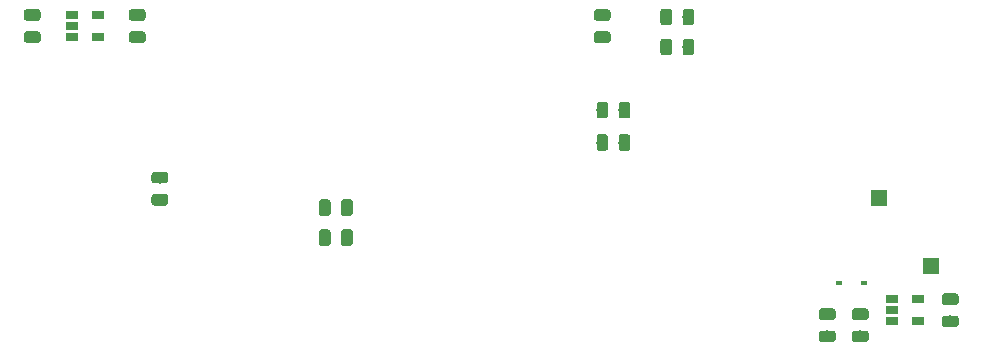
<source format=gtp>
%TF.GenerationSoftware,KiCad,Pcbnew,5.0.2+dfsg1-1*%
%TF.CreationDate,2021-08-11T18:46:01+02:00*%
%TF.ProjectId,clock_gen,636c6f63-6b5f-4676-956e-2e6b69636164,rev?*%
%TF.SameCoordinates,Original*%
%TF.FileFunction,Paste,Top*%
%TF.FilePolarity,Positive*%
%FSLAX46Y46*%
G04 Gerber Fmt 4.6, Leading zero omitted, Abs format (unit mm)*
G04 Created by KiCad (PCBNEW 5.0.2+dfsg1-1) date Wed 11 Aug 2021 06:46:01 PM CEST*
%MOMM*%
%LPD*%
G01*
G04 APERTURE LIST*
%ADD10C,0.100000*%
%ADD11C,0.975000*%
%ADD12R,0.600000X0.450000*%
%ADD13R,1.400000X1.400000*%
%ADD14R,1.060000X0.650000*%
G04 APERTURE END LIST*
D10*
G36*
X109979542Y-79942674D02*
X110003203Y-79946184D01*
X110026407Y-79951996D01*
X110048929Y-79960054D01*
X110070553Y-79970282D01*
X110091070Y-79982579D01*
X110110283Y-79996829D01*
X110128007Y-80012893D01*
X110144071Y-80030617D01*
X110158321Y-80049830D01*
X110170618Y-80070347D01*
X110180846Y-80091971D01*
X110188904Y-80114493D01*
X110194716Y-80137697D01*
X110198226Y-80161358D01*
X110199400Y-80185250D01*
X110199400Y-80672750D01*
X110198226Y-80696642D01*
X110194716Y-80720303D01*
X110188904Y-80743507D01*
X110180846Y-80766029D01*
X110170618Y-80787653D01*
X110158321Y-80808170D01*
X110144071Y-80827383D01*
X110128007Y-80845107D01*
X110110283Y-80861171D01*
X110091070Y-80875421D01*
X110070553Y-80887718D01*
X110048929Y-80897946D01*
X110026407Y-80906004D01*
X110003203Y-80911816D01*
X109979542Y-80915326D01*
X109955650Y-80916500D01*
X109043150Y-80916500D01*
X109019258Y-80915326D01*
X108995597Y-80911816D01*
X108972393Y-80906004D01*
X108949871Y-80897946D01*
X108928247Y-80887718D01*
X108907730Y-80875421D01*
X108888517Y-80861171D01*
X108870793Y-80845107D01*
X108854729Y-80827383D01*
X108840479Y-80808170D01*
X108828182Y-80787653D01*
X108817954Y-80766029D01*
X108809896Y-80743507D01*
X108804084Y-80720303D01*
X108800574Y-80696642D01*
X108799400Y-80672750D01*
X108799400Y-80185250D01*
X108800574Y-80161358D01*
X108804084Y-80137697D01*
X108809896Y-80114493D01*
X108817954Y-80091971D01*
X108828182Y-80070347D01*
X108840479Y-80049830D01*
X108854729Y-80030617D01*
X108870793Y-80012893D01*
X108888517Y-79996829D01*
X108907730Y-79982579D01*
X108928247Y-79970282D01*
X108949871Y-79960054D01*
X108972393Y-79951996D01*
X108995597Y-79946184D01*
X109019258Y-79942674D01*
X109043150Y-79941500D01*
X109955650Y-79941500D01*
X109979542Y-79942674D01*
X109979542Y-79942674D01*
G37*
D11*
X109499400Y-80429000D03*
D10*
G36*
X109979542Y-78067674D02*
X110003203Y-78071184D01*
X110026407Y-78076996D01*
X110048929Y-78085054D01*
X110070553Y-78095282D01*
X110091070Y-78107579D01*
X110110283Y-78121829D01*
X110128007Y-78137893D01*
X110144071Y-78155617D01*
X110158321Y-78174830D01*
X110170618Y-78195347D01*
X110180846Y-78216971D01*
X110188904Y-78239493D01*
X110194716Y-78262697D01*
X110198226Y-78286358D01*
X110199400Y-78310250D01*
X110199400Y-78797750D01*
X110198226Y-78821642D01*
X110194716Y-78845303D01*
X110188904Y-78868507D01*
X110180846Y-78891029D01*
X110170618Y-78912653D01*
X110158321Y-78933170D01*
X110144071Y-78952383D01*
X110128007Y-78970107D01*
X110110283Y-78986171D01*
X110091070Y-79000421D01*
X110070553Y-79012718D01*
X110048929Y-79022946D01*
X110026407Y-79031004D01*
X110003203Y-79036816D01*
X109979542Y-79040326D01*
X109955650Y-79041500D01*
X109043150Y-79041500D01*
X109019258Y-79040326D01*
X108995597Y-79036816D01*
X108972393Y-79031004D01*
X108949871Y-79022946D01*
X108928247Y-79012718D01*
X108907730Y-79000421D01*
X108888517Y-78986171D01*
X108870793Y-78970107D01*
X108854729Y-78952383D01*
X108840479Y-78933170D01*
X108828182Y-78912653D01*
X108817954Y-78891029D01*
X108809896Y-78868507D01*
X108804084Y-78845303D01*
X108800574Y-78821642D01*
X108799400Y-78797750D01*
X108799400Y-78310250D01*
X108800574Y-78286358D01*
X108804084Y-78262697D01*
X108809896Y-78239493D01*
X108817954Y-78216971D01*
X108828182Y-78195347D01*
X108840479Y-78174830D01*
X108854729Y-78155617D01*
X108870793Y-78137893D01*
X108888517Y-78121829D01*
X108907730Y-78107579D01*
X108928247Y-78095282D01*
X108949871Y-78085054D01*
X108972393Y-78076996D01*
X108995597Y-78071184D01*
X109019258Y-78067674D01*
X109043150Y-78066500D01*
X109955650Y-78066500D01*
X109979542Y-78067674D01*
X109979542Y-78067674D01*
G37*
D11*
X109499400Y-78554000D03*
D10*
G36*
X118869542Y-79942674D02*
X118893203Y-79946184D01*
X118916407Y-79951996D01*
X118938929Y-79960054D01*
X118960553Y-79970282D01*
X118981070Y-79982579D01*
X119000283Y-79996829D01*
X119018007Y-80012893D01*
X119034071Y-80030617D01*
X119048321Y-80049830D01*
X119060618Y-80070347D01*
X119070846Y-80091971D01*
X119078904Y-80114493D01*
X119084716Y-80137697D01*
X119088226Y-80161358D01*
X119089400Y-80185250D01*
X119089400Y-80672750D01*
X119088226Y-80696642D01*
X119084716Y-80720303D01*
X119078904Y-80743507D01*
X119070846Y-80766029D01*
X119060618Y-80787653D01*
X119048321Y-80808170D01*
X119034071Y-80827383D01*
X119018007Y-80845107D01*
X119000283Y-80861171D01*
X118981070Y-80875421D01*
X118960553Y-80887718D01*
X118938929Y-80897946D01*
X118916407Y-80906004D01*
X118893203Y-80911816D01*
X118869542Y-80915326D01*
X118845650Y-80916500D01*
X117933150Y-80916500D01*
X117909258Y-80915326D01*
X117885597Y-80911816D01*
X117862393Y-80906004D01*
X117839871Y-80897946D01*
X117818247Y-80887718D01*
X117797730Y-80875421D01*
X117778517Y-80861171D01*
X117760793Y-80845107D01*
X117744729Y-80827383D01*
X117730479Y-80808170D01*
X117718182Y-80787653D01*
X117707954Y-80766029D01*
X117699896Y-80743507D01*
X117694084Y-80720303D01*
X117690574Y-80696642D01*
X117689400Y-80672750D01*
X117689400Y-80185250D01*
X117690574Y-80161358D01*
X117694084Y-80137697D01*
X117699896Y-80114493D01*
X117707954Y-80091971D01*
X117718182Y-80070347D01*
X117730479Y-80049830D01*
X117744729Y-80030617D01*
X117760793Y-80012893D01*
X117778517Y-79996829D01*
X117797730Y-79982579D01*
X117818247Y-79970282D01*
X117839871Y-79960054D01*
X117862393Y-79951996D01*
X117885597Y-79946184D01*
X117909258Y-79942674D01*
X117933150Y-79941500D01*
X118845650Y-79941500D01*
X118869542Y-79942674D01*
X118869542Y-79942674D01*
G37*
D11*
X118389400Y-80429000D03*
D10*
G36*
X118869542Y-78067674D02*
X118893203Y-78071184D01*
X118916407Y-78076996D01*
X118938929Y-78085054D01*
X118960553Y-78095282D01*
X118981070Y-78107579D01*
X119000283Y-78121829D01*
X119018007Y-78137893D01*
X119034071Y-78155617D01*
X119048321Y-78174830D01*
X119060618Y-78195347D01*
X119070846Y-78216971D01*
X119078904Y-78239493D01*
X119084716Y-78262697D01*
X119088226Y-78286358D01*
X119089400Y-78310250D01*
X119089400Y-78797750D01*
X119088226Y-78821642D01*
X119084716Y-78845303D01*
X119078904Y-78868507D01*
X119070846Y-78891029D01*
X119060618Y-78912653D01*
X119048321Y-78933170D01*
X119034071Y-78952383D01*
X119018007Y-78970107D01*
X119000283Y-78986171D01*
X118981070Y-79000421D01*
X118960553Y-79012718D01*
X118938929Y-79022946D01*
X118916407Y-79031004D01*
X118893203Y-79036816D01*
X118869542Y-79040326D01*
X118845650Y-79041500D01*
X117933150Y-79041500D01*
X117909258Y-79040326D01*
X117885597Y-79036816D01*
X117862393Y-79031004D01*
X117839871Y-79022946D01*
X117818247Y-79012718D01*
X117797730Y-79000421D01*
X117778517Y-78986171D01*
X117760793Y-78970107D01*
X117744729Y-78952383D01*
X117730479Y-78933170D01*
X117718182Y-78912653D01*
X117707954Y-78891029D01*
X117699896Y-78868507D01*
X117694084Y-78845303D01*
X117690574Y-78821642D01*
X117689400Y-78797750D01*
X117689400Y-78310250D01*
X117690574Y-78286358D01*
X117694084Y-78262697D01*
X117699896Y-78239493D01*
X117707954Y-78216971D01*
X117718182Y-78195347D01*
X117730479Y-78174830D01*
X117744729Y-78155617D01*
X117760793Y-78137893D01*
X117778517Y-78121829D01*
X117797730Y-78107579D01*
X117818247Y-78095282D01*
X117839871Y-78085054D01*
X117862393Y-78076996D01*
X117885597Y-78071184D01*
X117909258Y-78067674D01*
X117933150Y-78066500D01*
X118845650Y-78066500D01*
X118869542Y-78067674D01*
X118869542Y-78067674D01*
G37*
D11*
X118389400Y-78554000D03*
D10*
G36*
X158239542Y-78078174D02*
X158263203Y-78081684D01*
X158286407Y-78087496D01*
X158308929Y-78095554D01*
X158330553Y-78105782D01*
X158351070Y-78118079D01*
X158370283Y-78132329D01*
X158388007Y-78148393D01*
X158404071Y-78166117D01*
X158418321Y-78185330D01*
X158430618Y-78205847D01*
X158440846Y-78227471D01*
X158448904Y-78249993D01*
X158454716Y-78273197D01*
X158458226Y-78296858D01*
X158459400Y-78320750D01*
X158459400Y-78808250D01*
X158458226Y-78832142D01*
X158454716Y-78855803D01*
X158448904Y-78879007D01*
X158440846Y-78901529D01*
X158430618Y-78923153D01*
X158418321Y-78943670D01*
X158404071Y-78962883D01*
X158388007Y-78980607D01*
X158370283Y-78996671D01*
X158351070Y-79010921D01*
X158330553Y-79023218D01*
X158308929Y-79033446D01*
X158286407Y-79041504D01*
X158263203Y-79047316D01*
X158239542Y-79050826D01*
X158215650Y-79052000D01*
X157303150Y-79052000D01*
X157279258Y-79050826D01*
X157255597Y-79047316D01*
X157232393Y-79041504D01*
X157209871Y-79033446D01*
X157188247Y-79023218D01*
X157167730Y-79010921D01*
X157148517Y-78996671D01*
X157130793Y-78980607D01*
X157114729Y-78962883D01*
X157100479Y-78943670D01*
X157088182Y-78923153D01*
X157077954Y-78901529D01*
X157069896Y-78879007D01*
X157064084Y-78855803D01*
X157060574Y-78832142D01*
X157059400Y-78808250D01*
X157059400Y-78320750D01*
X157060574Y-78296858D01*
X157064084Y-78273197D01*
X157069896Y-78249993D01*
X157077954Y-78227471D01*
X157088182Y-78205847D01*
X157100479Y-78185330D01*
X157114729Y-78166117D01*
X157130793Y-78148393D01*
X157148517Y-78132329D01*
X157167730Y-78118079D01*
X157188247Y-78105782D01*
X157209871Y-78095554D01*
X157232393Y-78087496D01*
X157255597Y-78081684D01*
X157279258Y-78078174D01*
X157303150Y-78077000D01*
X158215650Y-78077000D01*
X158239542Y-78078174D01*
X158239542Y-78078174D01*
G37*
D11*
X157759400Y-78564500D03*
D10*
G36*
X158239542Y-79953174D02*
X158263203Y-79956684D01*
X158286407Y-79962496D01*
X158308929Y-79970554D01*
X158330553Y-79980782D01*
X158351070Y-79993079D01*
X158370283Y-80007329D01*
X158388007Y-80023393D01*
X158404071Y-80041117D01*
X158418321Y-80060330D01*
X158430618Y-80080847D01*
X158440846Y-80102471D01*
X158448904Y-80124993D01*
X158454716Y-80148197D01*
X158458226Y-80171858D01*
X158459400Y-80195750D01*
X158459400Y-80683250D01*
X158458226Y-80707142D01*
X158454716Y-80730803D01*
X158448904Y-80754007D01*
X158440846Y-80776529D01*
X158430618Y-80798153D01*
X158418321Y-80818670D01*
X158404071Y-80837883D01*
X158388007Y-80855607D01*
X158370283Y-80871671D01*
X158351070Y-80885921D01*
X158330553Y-80898218D01*
X158308929Y-80908446D01*
X158286407Y-80916504D01*
X158263203Y-80922316D01*
X158239542Y-80925826D01*
X158215650Y-80927000D01*
X157303150Y-80927000D01*
X157279258Y-80925826D01*
X157255597Y-80922316D01*
X157232393Y-80916504D01*
X157209871Y-80908446D01*
X157188247Y-80898218D01*
X157167730Y-80885921D01*
X157148517Y-80871671D01*
X157130793Y-80855607D01*
X157114729Y-80837883D01*
X157100479Y-80818670D01*
X157088182Y-80798153D01*
X157077954Y-80776529D01*
X157069896Y-80754007D01*
X157064084Y-80730803D01*
X157060574Y-80707142D01*
X157059400Y-80683250D01*
X157059400Y-80195750D01*
X157060574Y-80171858D01*
X157064084Y-80148197D01*
X157069896Y-80124993D01*
X157077954Y-80102471D01*
X157088182Y-80080847D01*
X157100479Y-80060330D01*
X157114729Y-80041117D01*
X157130793Y-80023393D01*
X157148517Y-80007329D01*
X157167730Y-79993079D01*
X157188247Y-79980782D01*
X157209871Y-79970554D01*
X157232393Y-79962496D01*
X157255597Y-79956684D01*
X157279258Y-79953174D01*
X157303150Y-79952000D01*
X158215650Y-79952000D01*
X158239542Y-79953174D01*
X158239542Y-79953174D01*
G37*
D11*
X157759400Y-80439500D03*
D10*
G36*
X177289542Y-105276974D02*
X177313203Y-105280484D01*
X177336407Y-105286296D01*
X177358929Y-105294354D01*
X177380553Y-105304582D01*
X177401070Y-105316879D01*
X177420283Y-105331129D01*
X177438007Y-105347193D01*
X177454071Y-105364917D01*
X177468321Y-105384130D01*
X177480618Y-105404647D01*
X177490846Y-105426271D01*
X177498904Y-105448793D01*
X177504716Y-105471997D01*
X177508226Y-105495658D01*
X177509400Y-105519550D01*
X177509400Y-106007050D01*
X177508226Y-106030942D01*
X177504716Y-106054603D01*
X177498904Y-106077807D01*
X177490846Y-106100329D01*
X177480618Y-106121953D01*
X177468321Y-106142470D01*
X177454071Y-106161683D01*
X177438007Y-106179407D01*
X177420283Y-106195471D01*
X177401070Y-106209721D01*
X177380553Y-106222018D01*
X177358929Y-106232246D01*
X177336407Y-106240304D01*
X177313203Y-106246116D01*
X177289542Y-106249626D01*
X177265650Y-106250800D01*
X176353150Y-106250800D01*
X176329258Y-106249626D01*
X176305597Y-106246116D01*
X176282393Y-106240304D01*
X176259871Y-106232246D01*
X176238247Y-106222018D01*
X176217730Y-106209721D01*
X176198517Y-106195471D01*
X176180793Y-106179407D01*
X176164729Y-106161683D01*
X176150479Y-106142470D01*
X176138182Y-106121953D01*
X176127954Y-106100329D01*
X176119896Y-106077807D01*
X176114084Y-106054603D01*
X176110574Y-106030942D01*
X176109400Y-106007050D01*
X176109400Y-105519550D01*
X176110574Y-105495658D01*
X176114084Y-105471997D01*
X176119896Y-105448793D01*
X176127954Y-105426271D01*
X176138182Y-105404647D01*
X176150479Y-105384130D01*
X176164729Y-105364917D01*
X176180793Y-105347193D01*
X176198517Y-105331129D01*
X176217730Y-105316879D01*
X176238247Y-105304582D01*
X176259871Y-105294354D01*
X176282393Y-105286296D01*
X176305597Y-105280484D01*
X176329258Y-105276974D01*
X176353150Y-105275800D01*
X177265650Y-105275800D01*
X177289542Y-105276974D01*
X177289542Y-105276974D01*
G37*
D11*
X176809400Y-105763300D03*
D10*
G36*
X177289542Y-103401974D02*
X177313203Y-103405484D01*
X177336407Y-103411296D01*
X177358929Y-103419354D01*
X177380553Y-103429582D01*
X177401070Y-103441879D01*
X177420283Y-103456129D01*
X177438007Y-103472193D01*
X177454071Y-103489917D01*
X177468321Y-103509130D01*
X177480618Y-103529647D01*
X177490846Y-103551271D01*
X177498904Y-103573793D01*
X177504716Y-103596997D01*
X177508226Y-103620658D01*
X177509400Y-103644550D01*
X177509400Y-104132050D01*
X177508226Y-104155942D01*
X177504716Y-104179603D01*
X177498904Y-104202807D01*
X177490846Y-104225329D01*
X177480618Y-104246953D01*
X177468321Y-104267470D01*
X177454071Y-104286683D01*
X177438007Y-104304407D01*
X177420283Y-104320471D01*
X177401070Y-104334721D01*
X177380553Y-104347018D01*
X177358929Y-104357246D01*
X177336407Y-104365304D01*
X177313203Y-104371116D01*
X177289542Y-104374626D01*
X177265650Y-104375800D01*
X176353150Y-104375800D01*
X176329258Y-104374626D01*
X176305597Y-104371116D01*
X176282393Y-104365304D01*
X176259871Y-104357246D01*
X176238247Y-104347018D01*
X176217730Y-104334721D01*
X176198517Y-104320471D01*
X176180793Y-104304407D01*
X176164729Y-104286683D01*
X176150479Y-104267470D01*
X176138182Y-104246953D01*
X176127954Y-104225329D01*
X176119896Y-104202807D01*
X176114084Y-104179603D01*
X176110574Y-104155942D01*
X176109400Y-104132050D01*
X176109400Y-103644550D01*
X176110574Y-103620658D01*
X176114084Y-103596997D01*
X176119896Y-103573793D01*
X176127954Y-103551271D01*
X176138182Y-103529647D01*
X176150479Y-103509130D01*
X176164729Y-103489917D01*
X176180793Y-103472193D01*
X176198517Y-103456129D01*
X176217730Y-103441879D01*
X176238247Y-103429582D01*
X176259871Y-103419354D01*
X176282393Y-103411296D01*
X176305597Y-103405484D01*
X176329258Y-103401974D01*
X176353150Y-103400800D01*
X177265650Y-103400800D01*
X177289542Y-103401974D01*
X177289542Y-103401974D01*
G37*
D11*
X176809400Y-103888300D03*
D10*
G36*
X187703542Y-102131974D02*
X187727203Y-102135484D01*
X187750407Y-102141296D01*
X187772929Y-102149354D01*
X187794553Y-102159582D01*
X187815070Y-102171879D01*
X187834283Y-102186129D01*
X187852007Y-102202193D01*
X187868071Y-102219917D01*
X187882321Y-102239130D01*
X187894618Y-102259647D01*
X187904846Y-102281271D01*
X187912904Y-102303793D01*
X187918716Y-102326997D01*
X187922226Y-102350658D01*
X187923400Y-102374550D01*
X187923400Y-102862050D01*
X187922226Y-102885942D01*
X187918716Y-102909603D01*
X187912904Y-102932807D01*
X187904846Y-102955329D01*
X187894618Y-102976953D01*
X187882321Y-102997470D01*
X187868071Y-103016683D01*
X187852007Y-103034407D01*
X187834283Y-103050471D01*
X187815070Y-103064721D01*
X187794553Y-103077018D01*
X187772929Y-103087246D01*
X187750407Y-103095304D01*
X187727203Y-103101116D01*
X187703542Y-103104626D01*
X187679650Y-103105800D01*
X186767150Y-103105800D01*
X186743258Y-103104626D01*
X186719597Y-103101116D01*
X186696393Y-103095304D01*
X186673871Y-103087246D01*
X186652247Y-103077018D01*
X186631730Y-103064721D01*
X186612517Y-103050471D01*
X186594793Y-103034407D01*
X186578729Y-103016683D01*
X186564479Y-102997470D01*
X186552182Y-102976953D01*
X186541954Y-102955329D01*
X186533896Y-102932807D01*
X186528084Y-102909603D01*
X186524574Y-102885942D01*
X186523400Y-102862050D01*
X186523400Y-102374550D01*
X186524574Y-102350658D01*
X186528084Y-102326997D01*
X186533896Y-102303793D01*
X186541954Y-102281271D01*
X186552182Y-102259647D01*
X186564479Y-102239130D01*
X186578729Y-102219917D01*
X186594793Y-102202193D01*
X186612517Y-102186129D01*
X186631730Y-102171879D01*
X186652247Y-102159582D01*
X186673871Y-102149354D01*
X186696393Y-102141296D01*
X186719597Y-102135484D01*
X186743258Y-102131974D01*
X186767150Y-102130800D01*
X187679650Y-102130800D01*
X187703542Y-102131974D01*
X187703542Y-102131974D01*
G37*
D11*
X187223400Y-102618300D03*
D10*
G36*
X187703542Y-104006974D02*
X187727203Y-104010484D01*
X187750407Y-104016296D01*
X187772929Y-104024354D01*
X187794553Y-104034582D01*
X187815070Y-104046879D01*
X187834283Y-104061129D01*
X187852007Y-104077193D01*
X187868071Y-104094917D01*
X187882321Y-104114130D01*
X187894618Y-104134647D01*
X187904846Y-104156271D01*
X187912904Y-104178793D01*
X187918716Y-104201997D01*
X187922226Y-104225658D01*
X187923400Y-104249550D01*
X187923400Y-104737050D01*
X187922226Y-104760942D01*
X187918716Y-104784603D01*
X187912904Y-104807807D01*
X187904846Y-104830329D01*
X187894618Y-104851953D01*
X187882321Y-104872470D01*
X187868071Y-104891683D01*
X187852007Y-104909407D01*
X187834283Y-104925471D01*
X187815070Y-104939721D01*
X187794553Y-104952018D01*
X187772929Y-104962246D01*
X187750407Y-104970304D01*
X187727203Y-104976116D01*
X187703542Y-104979626D01*
X187679650Y-104980800D01*
X186767150Y-104980800D01*
X186743258Y-104979626D01*
X186719597Y-104976116D01*
X186696393Y-104970304D01*
X186673871Y-104962246D01*
X186652247Y-104952018D01*
X186631730Y-104939721D01*
X186612517Y-104925471D01*
X186594793Y-104909407D01*
X186578729Y-104891683D01*
X186564479Y-104872470D01*
X186552182Y-104851953D01*
X186541954Y-104830329D01*
X186533896Y-104807807D01*
X186528084Y-104784603D01*
X186524574Y-104760942D01*
X186523400Y-104737050D01*
X186523400Y-104249550D01*
X186524574Y-104225658D01*
X186528084Y-104201997D01*
X186533896Y-104178793D01*
X186541954Y-104156271D01*
X186552182Y-104134647D01*
X186564479Y-104114130D01*
X186578729Y-104094917D01*
X186594793Y-104077193D01*
X186612517Y-104061129D01*
X186631730Y-104046879D01*
X186652247Y-104034582D01*
X186673871Y-104024354D01*
X186696393Y-104016296D01*
X186719597Y-104010484D01*
X186743258Y-104006974D01*
X186767150Y-104005800D01*
X187679650Y-104005800D01*
X187703542Y-104006974D01*
X187703542Y-104006974D01*
G37*
D11*
X187223400Y-104493300D03*
D10*
G36*
X165314542Y-78041174D02*
X165338203Y-78044684D01*
X165361407Y-78050496D01*
X165383929Y-78058554D01*
X165405553Y-78068782D01*
X165426070Y-78081079D01*
X165445283Y-78095329D01*
X165463007Y-78111393D01*
X165479071Y-78129117D01*
X165493321Y-78148330D01*
X165505618Y-78168847D01*
X165515846Y-78190471D01*
X165523904Y-78212993D01*
X165529716Y-78236197D01*
X165533226Y-78259858D01*
X165534400Y-78283750D01*
X165534400Y-79196250D01*
X165533226Y-79220142D01*
X165529716Y-79243803D01*
X165523904Y-79267007D01*
X165515846Y-79289529D01*
X165505618Y-79311153D01*
X165493321Y-79331670D01*
X165479071Y-79350883D01*
X165463007Y-79368607D01*
X165445283Y-79384671D01*
X165426070Y-79398921D01*
X165405553Y-79411218D01*
X165383929Y-79421446D01*
X165361407Y-79429504D01*
X165338203Y-79435316D01*
X165314542Y-79438826D01*
X165290650Y-79440000D01*
X164803150Y-79440000D01*
X164779258Y-79438826D01*
X164755597Y-79435316D01*
X164732393Y-79429504D01*
X164709871Y-79421446D01*
X164688247Y-79411218D01*
X164667730Y-79398921D01*
X164648517Y-79384671D01*
X164630793Y-79368607D01*
X164614729Y-79350883D01*
X164600479Y-79331670D01*
X164588182Y-79311153D01*
X164577954Y-79289529D01*
X164569896Y-79267007D01*
X164564084Y-79243803D01*
X164560574Y-79220142D01*
X164559400Y-79196250D01*
X164559400Y-78283750D01*
X164560574Y-78259858D01*
X164564084Y-78236197D01*
X164569896Y-78212993D01*
X164577954Y-78190471D01*
X164588182Y-78168847D01*
X164600479Y-78148330D01*
X164614729Y-78129117D01*
X164630793Y-78111393D01*
X164648517Y-78095329D01*
X164667730Y-78081079D01*
X164688247Y-78068782D01*
X164709871Y-78058554D01*
X164732393Y-78050496D01*
X164755597Y-78044684D01*
X164779258Y-78041174D01*
X164803150Y-78040000D01*
X165290650Y-78040000D01*
X165314542Y-78041174D01*
X165314542Y-78041174D01*
G37*
D11*
X165046900Y-78740000D03*
D10*
G36*
X163439542Y-78041174D02*
X163463203Y-78044684D01*
X163486407Y-78050496D01*
X163508929Y-78058554D01*
X163530553Y-78068782D01*
X163551070Y-78081079D01*
X163570283Y-78095329D01*
X163588007Y-78111393D01*
X163604071Y-78129117D01*
X163618321Y-78148330D01*
X163630618Y-78168847D01*
X163640846Y-78190471D01*
X163648904Y-78212993D01*
X163654716Y-78236197D01*
X163658226Y-78259858D01*
X163659400Y-78283750D01*
X163659400Y-79196250D01*
X163658226Y-79220142D01*
X163654716Y-79243803D01*
X163648904Y-79267007D01*
X163640846Y-79289529D01*
X163630618Y-79311153D01*
X163618321Y-79331670D01*
X163604071Y-79350883D01*
X163588007Y-79368607D01*
X163570283Y-79384671D01*
X163551070Y-79398921D01*
X163530553Y-79411218D01*
X163508929Y-79421446D01*
X163486407Y-79429504D01*
X163463203Y-79435316D01*
X163439542Y-79438826D01*
X163415650Y-79440000D01*
X162928150Y-79440000D01*
X162904258Y-79438826D01*
X162880597Y-79435316D01*
X162857393Y-79429504D01*
X162834871Y-79421446D01*
X162813247Y-79411218D01*
X162792730Y-79398921D01*
X162773517Y-79384671D01*
X162755793Y-79368607D01*
X162739729Y-79350883D01*
X162725479Y-79331670D01*
X162713182Y-79311153D01*
X162702954Y-79289529D01*
X162694896Y-79267007D01*
X162689084Y-79243803D01*
X162685574Y-79220142D01*
X162684400Y-79196250D01*
X162684400Y-78283750D01*
X162685574Y-78259858D01*
X162689084Y-78236197D01*
X162694896Y-78212993D01*
X162702954Y-78190471D01*
X162713182Y-78168847D01*
X162725479Y-78148330D01*
X162739729Y-78129117D01*
X162755793Y-78111393D01*
X162773517Y-78095329D01*
X162792730Y-78081079D01*
X162813247Y-78068782D01*
X162834871Y-78058554D01*
X162857393Y-78050496D01*
X162880597Y-78044684D01*
X162904258Y-78041174D01*
X162928150Y-78040000D01*
X163415650Y-78040000D01*
X163439542Y-78041174D01*
X163439542Y-78041174D01*
G37*
D11*
X163171900Y-78740000D03*
D10*
G36*
X163439542Y-80581174D02*
X163463203Y-80584684D01*
X163486407Y-80590496D01*
X163508929Y-80598554D01*
X163530553Y-80608782D01*
X163551070Y-80621079D01*
X163570283Y-80635329D01*
X163588007Y-80651393D01*
X163604071Y-80669117D01*
X163618321Y-80688330D01*
X163630618Y-80708847D01*
X163640846Y-80730471D01*
X163648904Y-80752993D01*
X163654716Y-80776197D01*
X163658226Y-80799858D01*
X163659400Y-80823750D01*
X163659400Y-81736250D01*
X163658226Y-81760142D01*
X163654716Y-81783803D01*
X163648904Y-81807007D01*
X163640846Y-81829529D01*
X163630618Y-81851153D01*
X163618321Y-81871670D01*
X163604071Y-81890883D01*
X163588007Y-81908607D01*
X163570283Y-81924671D01*
X163551070Y-81938921D01*
X163530553Y-81951218D01*
X163508929Y-81961446D01*
X163486407Y-81969504D01*
X163463203Y-81975316D01*
X163439542Y-81978826D01*
X163415650Y-81980000D01*
X162928150Y-81980000D01*
X162904258Y-81978826D01*
X162880597Y-81975316D01*
X162857393Y-81969504D01*
X162834871Y-81961446D01*
X162813247Y-81951218D01*
X162792730Y-81938921D01*
X162773517Y-81924671D01*
X162755793Y-81908607D01*
X162739729Y-81890883D01*
X162725479Y-81871670D01*
X162713182Y-81851153D01*
X162702954Y-81829529D01*
X162694896Y-81807007D01*
X162689084Y-81783803D01*
X162685574Y-81760142D01*
X162684400Y-81736250D01*
X162684400Y-80823750D01*
X162685574Y-80799858D01*
X162689084Y-80776197D01*
X162694896Y-80752993D01*
X162702954Y-80730471D01*
X162713182Y-80708847D01*
X162725479Y-80688330D01*
X162739729Y-80669117D01*
X162755793Y-80651393D01*
X162773517Y-80635329D01*
X162792730Y-80621079D01*
X162813247Y-80608782D01*
X162834871Y-80598554D01*
X162857393Y-80590496D01*
X162880597Y-80584684D01*
X162904258Y-80581174D01*
X162928150Y-80580000D01*
X163415650Y-80580000D01*
X163439542Y-80581174D01*
X163439542Y-80581174D01*
G37*
D11*
X163171900Y-81280000D03*
D10*
G36*
X165314542Y-80581174D02*
X165338203Y-80584684D01*
X165361407Y-80590496D01*
X165383929Y-80598554D01*
X165405553Y-80608782D01*
X165426070Y-80621079D01*
X165445283Y-80635329D01*
X165463007Y-80651393D01*
X165479071Y-80669117D01*
X165493321Y-80688330D01*
X165505618Y-80708847D01*
X165515846Y-80730471D01*
X165523904Y-80752993D01*
X165529716Y-80776197D01*
X165533226Y-80799858D01*
X165534400Y-80823750D01*
X165534400Y-81736250D01*
X165533226Y-81760142D01*
X165529716Y-81783803D01*
X165523904Y-81807007D01*
X165515846Y-81829529D01*
X165505618Y-81851153D01*
X165493321Y-81871670D01*
X165479071Y-81890883D01*
X165463007Y-81908607D01*
X165445283Y-81924671D01*
X165426070Y-81938921D01*
X165405553Y-81951218D01*
X165383929Y-81961446D01*
X165361407Y-81969504D01*
X165338203Y-81975316D01*
X165314542Y-81978826D01*
X165290650Y-81980000D01*
X164803150Y-81980000D01*
X164779258Y-81978826D01*
X164755597Y-81975316D01*
X164732393Y-81969504D01*
X164709871Y-81961446D01*
X164688247Y-81951218D01*
X164667730Y-81938921D01*
X164648517Y-81924671D01*
X164630793Y-81908607D01*
X164614729Y-81890883D01*
X164600479Y-81871670D01*
X164588182Y-81851153D01*
X164577954Y-81829529D01*
X164569896Y-81807007D01*
X164564084Y-81783803D01*
X164560574Y-81760142D01*
X164559400Y-81736250D01*
X164559400Y-80823750D01*
X164560574Y-80799858D01*
X164564084Y-80776197D01*
X164569896Y-80752993D01*
X164577954Y-80730471D01*
X164588182Y-80708847D01*
X164600479Y-80688330D01*
X164614729Y-80669117D01*
X164630793Y-80651393D01*
X164648517Y-80635329D01*
X164667730Y-80621079D01*
X164688247Y-80608782D01*
X164709871Y-80598554D01*
X164732393Y-80590496D01*
X164755597Y-80584684D01*
X164779258Y-80581174D01*
X164803150Y-80580000D01*
X165290650Y-80580000D01*
X165314542Y-80581174D01*
X165314542Y-80581174D01*
G37*
D11*
X165046900Y-81280000D03*
D10*
G36*
X120774542Y-93717674D02*
X120798203Y-93721184D01*
X120821407Y-93726996D01*
X120843929Y-93735054D01*
X120865553Y-93745282D01*
X120886070Y-93757579D01*
X120905283Y-93771829D01*
X120923007Y-93787893D01*
X120939071Y-93805617D01*
X120953321Y-93824830D01*
X120965618Y-93845347D01*
X120975846Y-93866971D01*
X120983904Y-93889493D01*
X120989716Y-93912697D01*
X120993226Y-93936358D01*
X120994400Y-93960250D01*
X120994400Y-94447750D01*
X120993226Y-94471642D01*
X120989716Y-94495303D01*
X120983904Y-94518507D01*
X120975846Y-94541029D01*
X120965618Y-94562653D01*
X120953321Y-94583170D01*
X120939071Y-94602383D01*
X120923007Y-94620107D01*
X120905283Y-94636171D01*
X120886070Y-94650421D01*
X120865553Y-94662718D01*
X120843929Y-94672946D01*
X120821407Y-94681004D01*
X120798203Y-94686816D01*
X120774542Y-94690326D01*
X120750650Y-94691500D01*
X119838150Y-94691500D01*
X119814258Y-94690326D01*
X119790597Y-94686816D01*
X119767393Y-94681004D01*
X119744871Y-94672946D01*
X119723247Y-94662718D01*
X119702730Y-94650421D01*
X119683517Y-94636171D01*
X119665793Y-94620107D01*
X119649729Y-94602383D01*
X119635479Y-94583170D01*
X119623182Y-94562653D01*
X119612954Y-94541029D01*
X119604896Y-94518507D01*
X119599084Y-94495303D01*
X119595574Y-94471642D01*
X119594400Y-94447750D01*
X119594400Y-93960250D01*
X119595574Y-93936358D01*
X119599084Y-93912697D01*
X119604896Y-93889493D01*
X119612954Y-93866971D01*
X119623182Y-93845347D01*
X119635479Y-93824830D01*
X119649729Y-93805617D01*
X119665793Y-93787893D01*
X119683517Y-93771829D01*
X119702730Y-93757579D01*
X119723247Y-93745282D01*
X119744871Y-93735054D01*
X119767393Y-93726996D01*
X119790597Y-93721184D01*
X119814258Y-93717674D01*
X119838150Y-93716500D01*
X120750650Y-93716500D01*
X120774542Y-93717674D01*
X120774542Y-93717674D01*
G37*
D11*
X120294400Y-94204000D03*
D10*
G36*
X120774542Y-91842674D02*
X120798203Y-91846184D01*
X120821407Y-91851996D01*
X120843929Y-91860054D01*
X120865553Y-91870282D01*
X120886070Y-91882579D01*
X120905283Y-91896829D01*
X120923007Y-91912893D01*
X120939071Y-91930617D01*
X120953321Y-91949830D01*
X120965618Y-91970347D01*
X120975846Y-91991971D01*
X120983904Y-92014493D01*
X120989716Y-92037697D01*
X120993226Y-92061358D01*
X120994400Y-92085250D01*
X120994400Y-92572750D01*
X120993226Y-92596642D01*
X120989716Y-92620303D01*
X120983904Y-92643507D01*
X120975846Y-92666029D01*
X120965618Y-92687653D01*
X120953321Y-92708170D01*
X120939071Y-92727383D01*
X120923007Y-92745107D01*
X120905283Y-92761171D01*
X120886070Y-92775421D01*
X120865553Y-92787718D01*
X120843929Y-92797946D01*
X120821407Y-92806004D01*
X120798203Y-92811816D01*
X120774542Y-92815326D01*
X120750650Y-92816500D01*
X119838150Y-92816500D01*
X119814258Y-92815326D01*
X119790597Y-92811816D01*
X119767393Y-92806004D01*
X119744871Y-92797946D01*
X119723247Y-92787718D01*
X119702730Y-92775421D01*
X119683517Y-92761171D01*
X119665793Y-92745107D01*
X119649729Y-92727383D01*
X119635479Y-92708170D01*
X119623182Y-92687653D01*
X119612954Y-92666029D01*
X119604896Y-92643507D01*
X119599084Y-92620303D01*
X119595574Y-92596642D01*
X119594400Y-92572750D01*
X119594400Y-92085250D01*
X119595574Y-92061358D01*
X119599084Y-92037697D01*
X119604896Y-92014493D01*
X119612954Y-91991971D01*
X119623182Y-91970347D01*
X119635479Y-91949830D01*
X119649729Y-91930617D01*
X119665793Y-91912893D01*
X119683517Y-91896829D01*
X119702730Y-91882579D01*
X119723247Y-91870282D01*
X119744871Y-91860054D01*
X119767393Y-91851996D01*
X119790597Y-91846184D01*
X119814258Y-91842674D01*
X119838150Y-91841500D01*
X120750650Y-91841500D01*
X120774542Y-91842674D01*
X120774542Y-91842674D01*
G37*
D11*
X120294400Y-92329000D03*
D10*
G36*
X136407042Y-94170174D02*
X136430703Y-94173684D01*
X136453907Y-94179496D01*
X136476429Y-94187554D01*
X136498053Y-94197782D01*
X136518570Y-94210079D01*
X136537783Y-94224329D01*
X136555507Y-94240393D01*
X136571571Y-94258117D01*
X136585821Y-94277330D01*
X136598118Y-94297847D01*
X136608346Y-94319471D01*
X136616404Y-94341993D01*
X136622216Y-94365197D01*
X136625726Y-94388858D01*
X136626900Y-94412750D01*
X136626900Y-95325250D01*
X136625726Y-95349142D01*
X136622216Y-95372803D01*
X136616404Y-95396007D01*
X136608346Y-95418529D01*
X136598118Y-95440153D01*
X136585821Y-95460670D01*
X136571571Y-95479883D01*
X136555507Y-95497607D01*
X136537783Y-95513671D01*
X136518570Y-95527921D01*
X136498053Y-95540218D01*
X136476429Y-95550446D01*
X136453907Y-95558504D01*
X136430703Y-95564316D01*
X136407042Y-95567826D01*
X136383150Y-95569000D01*
X135895650Y-95569000D01*
X135871758Y-95567826D01*
X135848097Y-95564316D01*
X135824893Y-95558504D01*
X135802371Y-95550446D01*
X135780747Y-95540218D01*
X135760230Y-95527921D01*
X135741017Y-95513671D01*
X135723293Y-95497607D01*
X135707229Y-95479883D01*
X135692979Y-95460670D01*
X135680682Y-95440153D01*
X135670454Y-95418529D01*
X135662396Y-95396007D01*
X135656584Y-95372803D01*
X135653074Y-95349142D01*
X135651900Y-95325250D01*
X135651900Y-94412750D01*
X135653074Y-94388858D01*
X135656584Y-94365197D01*
X135662396Y-94341993D01*
X135670454Y-94319471D01*
X135680682Y-94297847D01*
X135692979Y-94277330D01*
X135707229Y-94258117D01*
X135723293Y-94240393D01*
X135741017Y-94224329D01*
X135760230Y-94210079D01*
X135780747Y-94197782D01*
X135802371Y-94187554D01*
X135824893Y-94179496D01*
X135848097Y-94173684D01*
X135871758Y-94170174D01*
X135895650Y-94169000D01*
X136383150Y-94169000D01*
X136407042Y-94170174D01*
X136407042Y-94170174D01*
G37*
D11*
X136139400Y-94869000D03*
D10*
G36*
X134532042Y-94170174D02*
X134555703Y-94173684D01*
X134578907Y-94179496D01*
X134601429Y-94187554D01*
X134623053Y-94197782D01*
X134643570Y-94210079D01*
X134662783Y-94224329D01*
X134680507Y-94240393D01*
X134696571Y-94258117D01*
X134710821Y-94277330D01*
X134723118Y-94297847D01*
X134733346Y-94319471D01*
X134741404Y-94341993D01*
X134747216Y-94365197D01*
X134750726Y-94388858D01*
X134751900Y-94412750D01*
X134751900Y-95325250D01*
X134750726Y-95349142D01*
X134747216Y-95372803D01*
X134741404Y-95396007D01*
X134733346Y-95418529D01*
X134723118Y-95440153D01*
X134710821Y-95460670D01*
X134696571Y-95479883D01*
X134680507Y-95497607D01*
X134662783Y-95513671D01*
X134643570Y-95527921D01*
X134623053Y-95540218D01*
X134601429Y-95550446D01*
X134578907Y-95558504D01*
X134555703Y-95564316D01*
X134532042Y-95567826D01*
X134508150Y-95569000D01*
X134020650Y-95569000D01*
X133996758Y-95567826D01*
X133973097Y-95564316D01*
X133949893Y-95558504D01*
X133927371Y-95550446D01*
X133905747Y-95540218D01*
X133885230Y-95527921D01*
X133866017Y-95513671D01*
X133848293Y-95497607D01*
X133832229Y-95479883D01*
X133817979Y-95460670D01*
X133805682Y-95440153D01*
X133795454Y-95418529D01*
X133787396Y-95396007D01*
X133781584Y-95372803D01*
X133778074Y-95349142D01*
X133776900Y-95325250D01*
X133776900Y-94412750D01*
X133778074Y-94388858D01*
X133781584Y-94365197D01*
X133787396Y-94341993D01*
X133795454Y-94319471D01*
X133805682Y-94297847D01*
X133817979Y-94277330D01*
X133832229Y-94258117D01*
X133848293Y-94240393D01*
X133866017Y-94224329D01*
X133885230Y-94210079D01*
X133905747Y-94197782D01*
X133927371Y-94187554D01*
X133949893Y-94179496D01*
X133973097Y-94173684D01*
X133996758Y-94170174D01*
X134020650Y-94169000D01*
X134508150Y-94169000D01*
X134532042Y-94170174D01*
X134532042Y-94170174D01*
G37*
D11*
X134264400Y-94869000D03*
D10*
G36*
X134532042Y-96710174D02*
X134555703Y-96713684D01*
X134578907Y-96719496D01*
X134601429Y-96727554D01*
X134623053Y-96737782D01*
X134643570Y-96750079D01*
X134662783Y-96764329D01*
X134680507Y-96780393D01*
X134696571Y-96798117D01*
X134710821Y-96817330D01*
X134723118Y-96837847D01*
X134733346Y-96859471D01*
X134741404Y-96881993D01*
X134747216Y-96905197D01*
X134750726Y-96928858D01*
X134751900Y-96952750D01*
X134751900Y-97865250D01*
X134750726Y-97889142D01*
X134747216Y-97912803D01*
X134741404Y-97936007D01*
X134733346Y-97958529D01*
X134723118Y-97980153D01*
X134710821Y-98000670D01*
X134696571Y-98019883D01*
X134680507Y-98037607D01*
X134662783Y-98053671D01*
X134643570Y-98067921D01*
X134623053Y-98080218D01*
X134601429Y-98090446D01*
X134578907Y-98098504D01*
X134555703Y-98104316D01*
X134532042Y-98107826D01*
X134508150Y-98109000D01*
X134020650Y-98109000D01*
X133996758Y-98107826D01*
X133973097Y-98104316D01*
X133949893Y-98098504D01*
X133927371Y-98090446D01*
X133905747Y-98080218D01*
X133885230Y-98067921D01*
X133866017Y-98053671D01*
X133848293Y-98037607D01*
X133832229Y-98019883D01*
X133817979Y-98000670D01*
X133805682Y-97980153D01*
X133795454Y-97958529D01*
X133787396Y-97936007D01*
X133781584Y-97912803D01*
X133778074Y-97889142D01*
X133776900Y-97865250D01*
X133776900Y-96952750D01*
X133778074Y-96928858D01*
X133781584Y-96905197D01*
X133787396Y-96881993D01*
X133795454Y-96859471D01*
X133805682Y-96837847D01*
X133817979Y-96817330D01*
X133832229Y-96798117D01*
X133848293Y-96780393D01*
X133866017Y-96764329D01*
X133885230Y-96750079D01*
X133905747Y-96737782D01*
X133927371Y-96727554D01*
X133949893Y-96719496D01*
X133973097Y-96713684D01*
X133996758Y-96710174D01*
X134020650Y-96709000D01*
X134508150Y-96709000D01*
X134532042Y-96710174D01*
X134532042Y-96710174D01*
G37*
D11*
X134264400Y-97409000D03*
D10*
G36*
X136407042Y-96710174D02*
X136430703Y-96713684D01*
X136453907Y-96719496D01*
X136476429Y-96727554D01*
X136498053Y-96737782D01*
X136518570Y-96750079D01*
X136537783Y-96764329D01*
X136555507Y-96780393D01*
X136571571Y-96798117D01*
X136585821Y-96817330D01*
X136598118Y-96837847D01*
X136608346Y-96859471D01*
X136616404Y-96881993D01*
X136622216Y-96905197D01*
X136625726Y-96928858D01*
X136626900Y-96952750D01*
X136626900Y-97865250D01*
X136625726Y-97889142D01*
X136622216Y-97912803D01*
X136616404Y-97936007D01*
X136608346Y-97958529D01*
X136598118Y-97980153D01*
X136585821Y-98000670D01*
X136571571Y-98019883D01*
X136555507Y-98037607D01*
X136537783Y-98053671D01*
X136518570Y-98067921D01*
X136498053Y-98080218D01*
X136476429Y-98090446D01*
X136453907Y-98098504D01*
X136430703Y-98104316D01*
X136407042Y-98107826D01*
X136383150Y-98109000D01*
X135895650Y-98109000D01*
X135871758Y-98107826D01*
X135848097Y-98104316D01*
X135824893Y-98098504D01*
X135802371Y-98090446D01*
X135780747Y-98080218D01*
X135760230Y-98067921D01*
X135741017Y-98053671D01*
X135723293Y-98037607D01*
X135707229Y-98019883D01*
X135692979Y-98000670D01*
X135680682Y-97980153D01*
X135670454Y-97958529D01*
X135662396Y-97936007D01*
X135656584Y-97912803D01*
X135653074Y-97889142D01*
X135651900Y-97865250D01*
X135651900Y-96952750D01*
X135653074Y-96928858D01*
X135656584Y-96905197D01*
X135662396Y-96881993D01*
X135670454Y-96859471D01*
X135680682Y-96837847D01*
X135692979Y-96817330D01*
X135707229Y-96798117D01*
X135723293Y-96780393D01*
X135741017Y-96764329D01*
X135760230Y-96750079D01*
X135780747Y-96737782D01*
X135802371Y-96727554D01*
X135824893Y-96719496D01*
X135848097Y-96713684D01*
X135871758Y-96710174D01*
X135895650Y-96709000D01*
X136383150Y-96709000D01*
X136407042Y-96710174D01*
X136407042Y-96710174D01*
G37*
D11*
X136139400Y-97409000D03*
D12*
X177791400Y-101269800D03*
X179891400Y-101269800D03*
D13*
X181213400Y-94051800D03*
X185613400Y-99851800D03*
D10*
G36*
X180083542Y-103401974D02*
X180107203Y-103405484D01*
X180130407Y-103411296D01*
X180152929Y-103419354D01*
X180174553Y-103429582D01*
X180195070Y-103441879D01*
X180214283Y-103456129D01*
X180232007Y-103472193D01*
X180248071Y-103489917D01*
X180262321Y-103509130D01*
X180274618Y-103529647D01*
X180284846Y-103551271D01*
X180292904Y-103573793D01*
X180298716Y-103596997D01*
X180302226Y-103620658D01*
X180303400Y-103644550D01*
X180303400Y-104132050D01*
X180302226Y-104155942D01*
X180298716Y-104179603D01*
X180292904Y-104202807D01*
X180284846Y-104225329D01*
X180274618Y-104246953D01*
X180262321Y-104267470D01*
X180248071Y-104286683D01*
X180232007Y-104304407D01*
X180214283Y-104320471D01*
X180195070Y-104334721D01*
X180174553Y-104347018D01*
X180152929Y-104357246D01*
X180130407Y-104365304D01*
X180107203Y-104371116D01*
X180083542Y-104374626D01*
X180059650Y-104375800D01*
X179147150Y-104375800D01*
X179123258Y-104374626D01*
X179099597Y-104371116D01*
X179076393Y-104365304D01*
X179053871Y-104357246D01*
X179032247Y-104347018D01*
X179011730Y-104334721D01*
X178992517Y-104320471D01*
X178974793Y-104304407D01*
X178958729Y-104286683D01*
X178944479Y-104267470D01*
X178932182Y-104246953D01*
X178921954Y-104225329D01*
X178913896Y-104202807D01*
X178908084Y-104179603D01*
X178904574Y-104155942D01*
X178903400Y-104132050D01*
X178903400Y-103644550D01*
X178904574Y-103620658D01*
X178908084Y-103596997D01*
X178913896Y-103573793D01*
X178921954Y-103551271D01*
X178932182Y-103529647D01*
X178944479Y-103509130D01*
X178958729Y-103489917D01*
X178974793Y-103472193D01*
X178992517Y-103456129D01*
X179011730Y-103441879D01*
X179032247Y-103429582D01*
X179053871Y-103419354D01*
X179076393Y-103411296D01*
X179099597Y-103405484D01*
X179123258Y-103401974D01*
X179147150Y-103400800D01*
X180059650Y-103400800D01*
X180083542Y-103401974D01*
X180083542Y-103401974D01*
G37*
D11*
X179603400Y-103888300D03*
D10*
G36*
X180083542Y-105276974D02*
X180107203Y-105280484D01*
X180130407Y-105286296D01*
X180152929Y-105294354D01*
X180174553Y-105304582D01*
X180195070Y-105316879D01*
X180214283Y-105331129D01*
X180232007Y-105347193D01*
X180248071Y-105364917D01*
X180262321Y-105384130D01*
X180274618Y-105404647D01*
X180284846Y-105426271D01*
X180292904Y-105448793D01*
X180298716Y-105471997D01*
X180302226Y-105495658D01*
X180303400Y-105519550D01*
X180303400Y-106007050D01*
X180302226Y-106030942D01*
X180298716Y-106054603D01*
X180292904Y-106077807D01*
X180284846Y-106100329D01*
X180274618Y-106121953D01*
X180262321Y-106142470D01*
X180248071Y-106161683D01*
X180232007Y-106179407D01*
X180214283Y-106195471D01*
X180195070Y-106209721D01*
X180174553Y-106222018D01*
X180152929Y-106232246D01*
X180130407Y-106240304D01*
X180107203Y-106246116D01*
X180083542Y-106249626D01*
X180059650Y-106250800D01*
X179147150Y-106250800D01*
X179123258Y-106249626D01*
X179099597Y-106246116D01*
X179076393Y-106240304D01*
X179053871Y-106232246D01*
X179032247Y-106222018D01*
X179011730Y-106209721D01*
X178992517Y-106195471D01*
X178974793Y-106179407D01*
X178958729Y-106161683D01*
X178944479Y-106142470D01*
X178932182Y-106121953D01*
X178921954Y-106100329D01*
X178913896Y-106077807D01*
X178908084Y-106054603D01*
X178904574Y-106030942D01*
X178903400Y-106007050D01*
X178903400Y-105519550D01*
X178904574Y-105495658D01*
X178908084Y-105471997D01*
X178913896Y-105448793D01*
X178921954Y-105426271D01*
X178932182Y-105404647D01*
X178944479Y-105384130D01*
X178958729Y-105364917D01*
X178974793Y-105347193D01*
X178992517Y-105331129D01*
X179011730Y-105316879D01*
X179032247Y-105304582D01*
X179053871Y-105294354D01*
X179076393Y-105286296D01*
X179099597Y-105280484D01*
X179123258Y-105276974D01*
X179147150Y-105275800D01*
X180059650Y-105275800D01*
X180083542Y-105276974D01*
X180083542Y-105276974D01*
G37*
D11*
X179603400Y-105763300D03*
D10*
G36*
X159902042Y-85915174D02*
X159925703Y-85918684D01*
X159948907Y-85924496D01*
X159971429Y-85932554D01*
X159993053Y-85942782D01*
X160013570Y-85955079D01*
X160032783Y-85969329D01*
X160050507Y-85985393D01*
X160066571Y-86003117D01*
X160080821Y-86022330D01*
X160093118Y-86042847D01*
X160103346Y-86064471D01*
X160111404Y-86086993D01*
X160117216Y-86110197D01*
X160120726Y-86133858D01*
X160121900Y-86157750D01*
X160121900Y-87070250D01*
X160120726Y-87094142D01*
X160117216Y-87117803D01*
X160111404Y-87141007D01*
X160103346Y-87163529D01*
X160093118Y-87185153D01*
X160080821Y-87205670D01*
X160066571Y-87224883D01*
X160050507Y-87242607D01*
X160032783Y-87258671D01*
X160013570Y-87272921D01*
X159993053Y-87285218D01*
X159971429Y-87295446D01*
X159948907Y-87303504D01*
X159925703Y-87309316D01*
X159902042Y-87312826D01*
X159878150Y-87314000D01*
X159390650Y-87314000D01*
X159366758Y-87312826D01*
X159343097Y-87309316D01*
X159319893Y-87303504D01*
X159297371Y-87295446D01*
X159275747Y-87285218D01*
X159255230Y-87272921D01*
X159236017Y-87258671D01*
X159218293Y-87242607D01*
X159202229Y-87224883D01*
X159187979Y-87205670D01*
X159175682Y-87185153D01*
X159165454Y-87163529D01*
X159157396Y-87141007D01*
X159151584Y-87117803D01*
X159148074Y-87094142D01*
X159146900Y-87070250D01*
X159146900Y-86157750D01*
X159148074Y-86133858D01*
X159151584Y-86110197D01*
X159157396Y-86086993D01*
X159165454Y-86064471D01*
X159175682Y-86042847D01*
X159187979Y-86022330D01*
X159202229Y-86003117D01*
X159218293Y-85985393D01*
X159236017Y-85969329D01*
X159255230Y-85955079D01*
X159275747Y-85942782D01*
X159297371Y-85932554D01*
X159319893Y-85924496D01*
X159343097Y-85918684D01*
X159366758Y-85915174D01*
X159390650Y-85914000D01*
X159878150Y-85914000D01*
X159902042Y-85915174D01*
X159902042Y-85915174D01*
G37*
D11*
X159634400Y-86614000D03*
D10*
G36*
X158027042Y-85915174D02*
X158050703Y-85918684D01*
X158073907Y-85924496D01*
X158096429Y-85932554D01*
X158118053Y-85942782D01*
X158138570Y-85955079D01*
X158157783Y-85969329D01*
X158175507Y-85985393D01*
X158191571Y-86003117D01*
X158205821Y-86022330D01*
X158218118Y-86042847D01*
X158228346Y-86064471D01*
X158236404Y-86086993D01*
X158242216Y-86110197D01*
X158245726Y-86133858D01*
X158246900Y-86157750D01*
X158246900Y-87070250D01*
X158245726Y-87094142D01*
X158242216Y-87117803D01*
X158236404Y-87141007D01*
X158228346Y-87163529D01*
X158218118Y-87185153D01*
X158205821Y-87205670D01*
X158191571Y-87224883D01*
X158175507Y-87242607D01*
X158157783Y-87258671D01*
X158138570Y-87272921D01*
X158118053Y-87285218D01*
X158096429Y-87295446D01*
X158073907Y-87303504D01*
X158050703Y-87309316D01*
X158027042Y-87312826D01*
X158003150Y-87314000D01*
X157515650Y-87314000D01*
X157491758Y-87312826D01*
X157468097Y-87309316D01*
X157444893Y-87303504D01*
X157422371Y-87295446D01*
X157400747Y-87285218D01*
X157380230Y-87272921D01*
X157361017Y-87258671D01*
X157343293Y-87242607D01*
X157327229Y-87224883D01*
X157312979Y-87205670D01*
X157300682Y-87185153D01*
X157290454Y-87163529D01*
X157282396Y-87141007D01*
X157276584Y-87117803D01*
X157273074Y-87094142D01*
X157271900Y-87070250D01*
X157271900Y-86157750D01*
X157273074Y-86133858D01*
X157276584Y-86110197D01*
X157282396Y-86086993D01*
X157290454Y-86064471D01*
X157300682Y-86042847D01*
X157312979Y-86022330D01*
X157327229Y-86003117D01*
X157343293Y-85985393D01*
X157361017Y-85969329D01*
X157380230Y-85955079D01*
X157400747Y-85942782D01*
X157422371Y-85932554D01*
X157444893Y-85924496D01*
X157468097Y-85918684D01*
X157491758Y-85915174D01*
X157515650Y-85914000D01*
X158003150Y-85914000D01*
X158027042Y-85915174D01*
X158027042Y-85915174D01*
G37*
D11*
X157759400Y-86614000D03*
D10*
G36*
X159902042Y-88658374D02*
X159925703Y-88661884D01*
X159948907Y-88667696D01*
X159971429Y-88675754D01*
X159993053Y-88685982D01*
X160013570Y-88698279D01*
X160032783Y-88712529D01*
X160050507Y-88728593D01*
X160066571Y-88746317D01*
X160080821Y-88765530D01*
X160093118Y-88786047D01*
X160103346Y-88807671D01*
X160111404Y-88830193D01*
X160117216Y-88853397D01*
X160120726Y-88877058D01*
X160121900Y-88900950D01*
X160121900Y-89813450D01*
X160120726Y-89837342D01*
X160117216Y-89861003D01*
X160111404Y-89884207D01*
X160103346Y-89906729D01*
X160093118Y-89928353D01*
X160080821Y-89948870D01*
X160066571Y-89968083D01*
X160050507Y-89985807D01*
X160032783Y-90001871D01*
X160013570Y-90016121D01*
X159993053Y-90028418D01*
X159971429Y-90038646D01*
X159948907Y-90046704D01*
X159925703Y-90052516D01*
X159902042Y-90056026D01*
X159878150Y-90057200D01*
X159390650Y-90057200D01*
X159366758Y-90056026D01*
X159343097Y-90052516D01*
X159319893Y-90046704D01*
X159297371Y-90038646D01*
X159275747Y-90028418D01*
X159255230Y-90016121D01*
X159236017Y-90001871D01*
X159218293Y-89985807D01*
X159202229Y-89968083D01*
X159187979Y-89948870D01*
X159175682Y-89928353D01*
X159165454Y-89906729D01*
X159157396Y-89884207D01*
X159151584Y-89861003D01*
X159148074Y-89837342D01*
X159146900Y-89813450D01*
X159146900Y-88900950D01*
X159148074Y-88877058D01*
X159151584Y-88853397D01*
X159157396Y-88830193D01*
X159165454Y-88807671D01*
X159175682Y-88786047D01*
X159187979Y-88765530D01*
X159202229Y-88746317D01*
X159218293Y-88728593D01*
X159236017Y-88712529D01*
X159255230Y-88698279D01*
X159275747Y-88685982D01*
X159297371Y-88675754D01*
X159319893Y-88667696D01*
X159343097Y-88661884D01*
X159366758Y-88658374D01*
X159390650Y-88657200D01*
X159878150Y-88657200D01*
X159902042Y-88658374D01*
X159902042Y-88658374D01*
G37*
D11*
X159634400Y-89357200D03*
D10*
G36*
X158027042Y-88658374D02*
X158050703Y-88661884D01*
X158073907Y-88667696D01*
X158096429Y-88675754D01*
X158118053Y-88685982D01*
X158138570Y-88698279D01*
X158157783Y-88712529D01*
X158175507Y-88728593D01*
X158191571Y-88746317D01*
X158205821Y-88765530D01*
X158218118Y-88786047D01*
X158228346Y-88807671D01*
X158236404Y-88830193D01*
X158242216Y-88853397D01*
X158245726Y-88877058D01*
X158246900Y-88900950D01*
X158246900Y-89813450D01*
X158245726Y-89837342D01*
X158242216Y-89861003D01*
X158236404Y-89884207D01*
X158228346Y-89906729D01*
X158218118Y-89928353D01*
X158205821Y-89948870D01*
X158191571Y-89968083D01*
X158175507Y-89985807D01*
X158157783Y-90001871D01*
X158138570Y-90016121D01*
X158118053Y-90028418D01*
X158096429Y-90038646D01*
X158073907Y-90046704D01*
X158050703Y-90052516D01*
X158027042Y-90056026D01*
X158003150Y-90057200D01*
X157515650Y-90057200D01*
X157491758Y-90056026D01*
X157468097Y-90052516D01*
X157444893Y-90046704D01*
X157422371Y-90038646D01*
X157400747Y-90028418D01*
X157380230Y-90016121D01*
X157361017Y-90001871D01*
X157343293Y-89985807D01*
X157327229Y-89968083D01*
X157312979Y-89948870D01*
X157300682Y-89928353D01*
X157290454Y-89906729D01*
X157282396Y-89884207D01*
X157276584Y-89861003D01*
X157273074Y-89837342D01*
X157271900Y-89813450D01*
X157271900Y-88900950D01*
X157273074Y-88877058D01*
X157276584Y-88853397D01*
X157282396Y-88830193D01*
X157290454Y-88807671D01*
X157300682Y-88786047D01*
X157312979Y-88765530D01*
X157327229Y-88746317D01*
X157343293Y-88728593D01*
X157361017Y-88712529D01*
X157380230Y-88698279D01*
X157400747Y-88685982D01*
X157422371Y-88675754D01*
X157444893Y-88667696D01*
X157468097Y-88661884D01*
X157491758Y-88658374D01*
X157515650Y-88657200D01*
X158003150Y-88657200D01*
X158027042Y-88658374D01*
X158027042Y-88658374D01*
G37*
D11*
X157759400Y-89357200D03*
D14*
X112844400Y-78529000D03*
X112844400Y-79479000D03*
X112844400Y-80429000D03*
X115044400Y-80429000D03*
X115044400Y-78529000D03*
X182313400Y-102605800D03*
X182313400Y-103555800D03*
X182313400Y-104505800D03*
X184513400Y-104505800D03*
X184513400Y-102605800D03*
M02*

</source>
